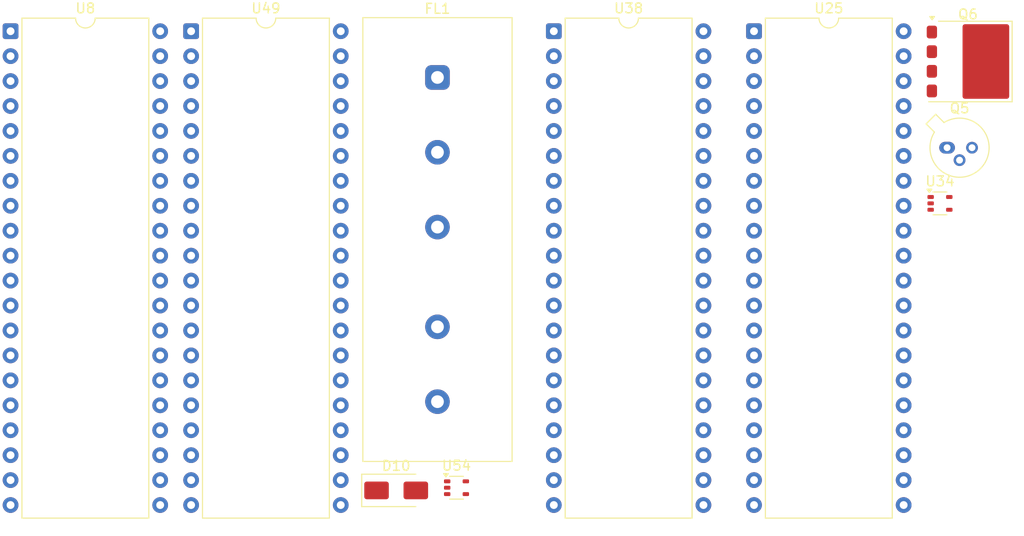
<source format=kicad_pcb>
(kicad_pcb (version 20241229) (generator "pcbnew") (generator_version "9.0")
  (layers (0 "F.Cu" signal) (2 "B.Cu" signal) (13 "F.Paste" user) (15 "B.Paste" user) (5 "F.SilkS" user "F.Silkscreen") (7 "B.SilkS" user "B.Silkscreen") (1 "F.Mask" user) (3 "B.Mask" user) (25 "Edge.Cuts" user))
  (net 0 "")
  (net 8 "Net-(Q5-B)")
  (net 11 "Net-(Q6-S-Pad3)")
  (net 94 "Net-(U33-VSS)")
  (net 95 "Net-(U33-IN-)")
  (net 96 "Net-(U33-IN+)")
  (net 97 "Net-(U33-OUT)")
  (net 126 "Net-(U37-FSET)")
  (net 128 "Net-(U38--5V)")
  (net 141 "Net-(U49-HLDA)")
  (net 151 "Net-(U49-A3)")
  (net 153 "Net-(U49-A0)")
  (net 155 "Net-(U49-A1)")
  (net 170 "Net-(U49-WAIT)")
  (net 175 "Net-(U49-A2)")
  (net 179 "Net-(U53-IN+)")
  (net 180 "Net-(U53-IN-)")
  (net 182 "Net-(U53-OUT)")
  (footprint "Package_DIP:DIP-40_W15.24mm" (layer "F.Cu") (at 179.26 69.74)
    (property "Reference" "U25" (at 7.62 -2.33 0) (layer "F.SilkS"))
    (property "Value" "8080")
    (fp_line (start 1.16 -1.33) (end 1.16 49.59) (stroke (width 0.12)) (layer "F.SilkS"))
    (fp_line (start 1.16 49.59) (end 14.08 49.59) (stroke (width 0.12)) (layer "F.SilkS"))
    (fp_line (start 6.62 -1.33) (end 1.16 -1.33) (stroke (width 0.12)) (layer "F.SilkS"))
    (fp_line (start 14.08 -1.33) (end 8.62 -1.33) (stroke (width 0.12)) (layer "F.SilkS"))
    (fp_line (start 14.08 49.59) (end 14.08 -1.33) (stroke (width 0.12)) (layer "F.SilkS"))
    (fp_arc (start 8.62 -1.33) (mid 7.62 -0.33) (end 6.62 -1.33) (stroke (width 0.12)) (layer "F.SilkS"))
    (pad "1" thru_hole roundrect (at 0 0) (size 1.6 1.6) (drill 0.8) (layers "*.Cu" "*.Mask") (roundrect_rratio 0.15625))
    (pad "2" thru_hole circle (at 0 2.54) (size 1.6 1.6) (drill 0.8) (layers "*.Cu" "*.Mask"))
    (pad "3" thru_hole circle (at 0 5.08) (size 1.6 1.6) (drill 0.8) (layers "*.Cu" "*.Mask"))
    (pad "4" thru_hole circle (at 0 7.62) (size 1.6 1.6) (drill 0.8) (layers "*.Cu" "*.Mask"))
    (pad "5" thru_hole circle (at 0 10.16) (size 1.6 1.6) (drill 0.8) (layers "*.Cu" "*.Mask"))
    (pad "6" thru_hole circle (at 0 12.7) (size 1.6 1.6) (drill 0.8) (layers "*.Cu" "*.Mask"))
    (pad "7" thru_hole circle (at 0 15.24) (size 1.6 1.6) (drill 0.8) (layers "*.Cu" "*.Mask"))
    (pad "8" thru_hole circle (at 0 17.78) (size 1.6 1.6) (drill 0.8) (layers "*.Cu" "*.Mask"))
    (pad "9" thru_hole circle (at 0 20.32) (size 1.6 1.6) (drill 0.8) (layers "*.Cu" "*.Mask"))
    (pad "10" thru_hole circle (at 0 22.86) (size 1.6 1.6) (drill 0.8) (layers "*.Cu" "*.Mask"))
    (pad "11" thru_hole circle (at 0 25.4) (size 1.6 1.6) (drill 0.8) (layers "*.Cu" "*.Mask"))
    (pad "12" thru_hole circle (at 0 27.94) (size 1.6 1.6) (drill 0.8) (layers "*.Cu" "*.Mask"))
    (pad "13" thru_hole circle (at 0 30.48) (size 1.6 1.6) (drill 0.8) (layers "*.Cu" "*.Mask"))
    (pad "14" thru_hole circle (at 0 33.02) (size 1.6 1.6) (drill 0.8) (layers "*.Cu" "*.Mask"))
    (pad "15" thru_hole circle (at 0 35.56) (size 1.6 1.6) (drill 0.8) (layers "*.Cu" "*.Mask"))
    (pad "16" thru_hole circle (at 0 38.1) (size 1.6 1.6) (drill 0.8) (layers "*.Cu" "*.Mask"))
    (pad "17" thru_hole circle (at 0 40.64) (size 1.6 1.6) (drill 0.8) (layers "*.Cu" "*.Mask"))
    (pad "18" thru_hole circle (at 0 43.18) (size 1.6 1.6) (drill 0.8) (layers "*.Cu" "*.Mask"))
    (pad "19" thru_hole circle (at 0 45.72) (size 1.6 1.6) (drill 0.8) (layers "*.Cu" "*.Mask"))
    (pad "20" thru_hole circle (at 0 48.26) (size 1.6 1.6) (drill 0.8) (layers "*.Cu" "*.Mask"))
    (pad "21" thru_hole circle (at 15.24 48.26) (size 1.6 1.6) (drill 0.8) (layers "*.Cu" "*.Mask"))
    (pad "22" thru_hole circle (at 15.24 45.72) (size 1.6 1.6) (drill 0.8) (layers "*.Cu" "*.Mask"))
    (pad "23" thru_hole circle (at 15.24 43.18) (size 1.6 1.6) (drill 0.8) (layers "*.Cu" "*.Mask"))
    (pad "24" thru_hole circle (at 15.24 40.64) (size 1.6 1.6) (drill 0.8) (layers "*.Cu" "*.Mask"))
    (pad "25" thru_hole circle (at 15.24 38.1) (size 1.6 1.6) (drill 0.8) (layers "*.Cu" "*.Mask"))
    (pad "26" thru_hole circle (at 15.24 35.56) (size 1.6 1.6) (drill 0.8) (layers "*.Cu" "*.Mask"))
    (pad "27" thru_hole circle (at 15.24 33.02) (size 1.6 1.6) (drill 0.8) (layers "*.Cu" "*.Mask"))
    (pad "28" thru_hole circle (at 15.24 30.48) (size 1.6 1.6) (drill 0.8) (layers "*.Cu" "*.Mask"))
    (pad "29" thru_hole circle (at 15.24 27.94) (size 1.6 1.6) (drill 0.8) (layers "*.Cu" "*.Mask"))
    (pad "30" thru_hole circle (at 15.24 25.4) (size 1.6 1.6) (drill 0.8) (layers "*.Cu" "*.Mask"))
    (pad "31" thru_hole circle (at 15.24 22.86) (size 1.6 1.6) (drill 0.8) (layers "*.Cu" "*.Mask"))
    (pad "32" thru_hole circle (at 15.24 20.32) (size 1.6 1.6) (drill 0.8) (layers "*.Cu" "*.Mask"))
    (pad "33" thru_hole circle (at 15.24 17.78) (size 1.6 1.6) (drill 0.8) (layers "*.Cu" "*.Mask"))
    (pad "34" thru_hole circle (at 15.24 15.24) (size 1.6 1.6) (drill 0.8) (layers "*.Cu" "*.Mask"))
    (pad "35" thru_hole circle (at 15.24 12.7) (size 1.6 1.6) (drill 0.8) (layers "*.Cu" "*.Mask"))
    (pad "36" thru_hole circle (at 15.24 10.16) (size 1.6 1.6) (drill 0.8) (layers "*.Cu" "*.Mask"))
    (pad "37" thru_hole circle (at 15.24 7.62) (size 1.6 1.6) (drill 0.8) (layers "*.Cu" "*.Mask"))
    (pad "38" thru_hole circle (at 15.24 5.08) (size 1.6 1.6) (drill 0.8) (layers "*.Cu" "*.Mask"))
    (pad "39" thru_hole circle (at 15.24 2.54) (size 1.6 1.6) (drill 0.8) (layers "*.Cu" "*.Mask"))
    (pad "40" thru_hole circle (at 15.24 0) (size 1.6 1.6) (drill 0.8) (layers "*.Cu" "*.Mask"))
  )
  (footprint "Diode_SMD:D_SMA" (layer "F.Cu") (at 142.815 116.51)
    (property "Reference" "D10" (at 0 -2.5 0) (layer "F.SilkS"))
    (property "Value" "NRVA4005T3G")
    (fp_line (start -3.51 -1.65) (end -3.51 1.65) (stroke (width 0.12)) (layer "F.SilkS"))
    (fp_line (start -3.51 -1.65) (end 2 -1.65) (stroke (width 0.12)) (layer "F.SilkS"))
    (fp_line (start -3.51 1.65) (end 2 1.65) (stroke (width 0.12)) (layer "F.SilkS"))
    (pad "1" smd roundrect (at -2 0) (size 2.5 1.8) (layers "F.Cu" "F.Mask" "F.Paste") (roundrect_rratio 0.1388888889))
    (pad "2" smd roundrect (at 2 0) (size 2.5 1.8) (layers "F.Cu" "F.Mask" "F.Paste") (roundrect_rratio 0.1388888889))
  )
  (footprint "Package_SON:ST_PowerFLAT_HV-5_8x8mm" (layer "F.Cu") (at 201.05 72.825)
    (property "Reference" "Q6" (at 0 -4.8 0) (layer "F.SilkS"))
    (property "Value" "SCTL35N65G2V")
    (fp_line (start -3 -4.1) (end 4.5 -4.1) (stroke (width 0.12)) (layer "F.SilkS"))
    (fp_line (start 4.5 -4.1) (end 4.5 4.1) (stroke (width 0.12)) (layer "F.SilkS"))
    (fp_line (start 4.5 4.1) (end -4 4.1) (stroke (width 0.12)) (layer "F.SilkS"))
    (fp_poly (pts (xy -3.65 -4.25) (xy -3.89 -4.58) (xy -3.41 -4.58) (xy -3.65 -4.25)) (stroke (width 0.12)) (fill yes) (layer "F.SilkS"))
    (pad "1" smd roundrect (at -3.675 -3) (size 1.05 1.3) (layers "F.Cu" "F.Mask" "F.Paste") (roundrect_rratio 0.2380952381))
    (pad "2" smd roundrect (at -3.675 -1 180) (size 1.05 1.3) (layers "F.Cu" "F.Mask" "F.Paste") (roundrect_rratio 0.2380952381))
    (pad "3" smd roundrect (at -3.675 1) (size 1.05 1.3) (layers "F.Cu" "F.Mask" "F.Paste") (roundrect_rratio 0.2380952381) (net 11 "Net-(Q6-S-Pad3)"))
    (pad "4" smd roundrect (at -3.675 3) (size 1.05 1.3) (layers "F.Cu" "F.Mask" "F.Paste") (roundrect_rratio 0.2380952381) (net 11 "Net-(Q6-S-Pad3)"))
    (pad "5" smd roundrect (at 1.825 0) (size 4.75 7.6) (layers "F.Cu" "F.Mask" "F.Paste") (roundrect_rratio 0.05263157895))
  )
  (footprint "Package_TO_SOT_THT:TO-18-3" (layer "F.Cu") (at 198.923922 81.603922)
    (property "Reference" "Q5" (at 1.27 -4.01 0) (layer "F.SilkS"))
    (property "Value" "BC107")
    (fp_line (start -2.130108 -2.424301) (end -1.289618 -1.583811) (stroke (width 0.12)) (layer "F.SilkS"))
    (fp_line (start -1.154301 -3.400108) (end -2.130108 -2.424301) (stroke (width 0.12)) (layer "F.SilkS"))
    (fp_line (start -0.313811 -2.559618) (end -1.154301 -3.400108) (stroke (width 0.12)) (layer "F.SilkS"))
    (fp_arc (start -0.313811 -2.559618) (mid 3.398391 2.128391) (end -1.289618 -1.583811) (stroke (width 0.12)) (layer "F.SilkS"))
    (pad "1" thru_hole oval (at 0 0) (size 1.6 1.2) (drill 0.7) (layers "*.Cu" "*.Mask") (net 8 "Net-(Q5-B)"))
    (pad "2" thru_hole circle (at 1.27 1.27) (size 1.2 1.2) (drill 0.7) (layers "*.Cu" "*.Mask") (net 8 "Net-(Q5-B)"))
    (pad "3" thru_hole circle (at 2.54 0) (size 1.2 1.2) (drill 0.7) (layers "*.Cu" "*.Mask") (net 8 "Net-(Q5-B)"))
  )
  (footprint "Package_TO_SOT_SMD:SOT-353_SC-70-5" (layer "F.Cu") (at 198.2 87.275)
    (property "Reference" "U34" (at 0 -2.25 0) (layer "F.SilkS"))
    (property "Value" "TLV172IDCK")
    (fp_line (start -0.71 -1.16) (end 0.7 -1.16) (stroke (width 0.12)) (layer "F.SilkS"))
    (fp_line (start -0.7 1.16) (end 0.7 1.16) (stroke (width 0.12)) (layer "F.SilkS"))
    (fp_poly (pts (xy -1.08 -1.11) (xy -1.32 -1.44) (xy -0.84 -1.44) (xy -1.08 -1.11)) (stroke (width 0.12)) (fill yes) (layer "F.SilkS"))
    (pad "1" smd roundrect (at -0.95 -0.65) (size 0.65 0.4) (layers "F.Cu" "F.Mask" "F.Paste") (net 96 "Net-(U33-IN+)"))
    (pad "2" smd roundrect (at -0.95 0) (size 0.65 0.4) (layers "F.Cu" "F.Mask" "F.Paste"))
    (pad "3" smd roundrect (at -0.95 0.65) (size 0.65 0.4) (layers "F.Cu" "F.Mask" "F.Paste") (net 95 "Net-(U33-IN-)"))
    (pad "4" smd roundrect (at 0.95 0.65) (size 0.65 0.4) (layers "F.Cu" "F.Mask" "F.Paste") (net 97 "Net-(U33-OUT)"))
    (pad "5" smd roundrect (at 0.95 -0.65) (size 0.65 0.4) (layers "F.Cu" "F.Mask" "F.Paste") (net 94 "Net-(U33-VSS)"))
  )
  (footprint "Package_DIP:DIP-40_W15.24mm" (layer "F.Cu") (at 158.87 69.74)
    (property "Reference" "U38" (at 7.62 -2.33 0) (layer "F.SilkS"))
    (property "Value" "8080")
    (fp_line (start 1.16 -1.33) (end 1.16 49.59) (stroke (width 0.12)) (layer "F.SilkS"))
    (fp_line (start 1.16 49.59) (end 14.08 49.59) (stroke (width 0.12)) (layer "F.SilkS"))
    (fp_line (start 6.62 -1.33) (end 1.16 -1.33) (stroke (width 0.12)) (layer "F.SilkS"))
    (fp_line (start 14.08 -1.33) (end 8.62 -1.33) (stroke (width 0.12)) (layer "F.SilkS"))
    (fp_line (start 14.08 49.59) (end 14.08 -1.33) (stroke (width 0.12)) (layer "F.SilkS"))
    (fp_arc (start 8.62 -1.33) (mid 7.62 -0.33) (end 6.62 -1.33) (stroke (width 0.12)) (layer "F.SilkS"))
    (pad "1" thru_hole roundrect (at 0 0) (size 1.6 1.6) (drill 0.8) (layers "*.Cu" "*.Mask") (roundrect_rratio 0.15625))
    (pad "2" thru_hole circle (at 0 2.54) (size 1.6 1.6) (drill 0.8) (layers "*.Cu" "*.Mask"))
    (pad "3" thru_hole circle (at 0 5.08) (size 1.6 1.6) (drill 0.8) (layers "*.Cu" "*.Mask"))
    (pad "4" thru_hole circle (at 0 7.62) (size 1.6 1.6) (drill 0.8) (layers "*.Cu" "*.Mask"))
    (pad "5" thru_hole circle (at 0 10.16) (size 1.6 1.6) (drill 0.8) (layers "*.Cu" "*.Mask"))
    (pad "6" thru_hole circle (at 0 12.7) (size 1.6 1.6) (drill 0.8) (layers "*.Cu" "*.Mask"))
    (pad "7" thru_hole circle (at 0 15.24) (size 1.6 1.6) (drill 0.8) (layers "*.Cu" "*.Mask"))
    (pad "8" thru_hole circle (at 0 17.78) (size 1.6 1.6) (drill 0.8) (layers "*.Cu" "*.Mask"))
    (pad "9" thru_hole circle (at 0 20.32) (size 1.6 1.6) (drill 0.8) (layers "*.Cu" "*.Mask"))
    (pad "10" thru_hole circle (at 0 22.86) (size 1.6 1.6) (drill 0.8) (layers "*.Cu" "*.Mask"))
    (pad "11" thru_hole circle (at 0 25.4) (size 1.6 1.6) (drill 0.8) (layers "*.Cu" "*.Mask") (net 128 "Net-(U38--5V)"))
    (pad "12" thru_hole circle (at 0 27.94) (size 1.6 1.6) (drill 0.8) (layers "*.Cu" "*.Mask"))
    (pad "13" thru_hole circle (at 0 30.48) (size 1.6 1.6) (drill 0.8) (layers "*.Cu" "*.Mask"))
    (pad "14" thru_hole circle (at 0 33.02) (size 1.6 1.6) (drill 0.8) (layers "*.Cu" "*.Mask"))
    (pad "15" thru_hole circle (at 0 35.56) (size 1.6 1.6) (drill 0.8) (layers "*.Cu" "*.Mask"))
    (pad "16" thru_hole circle (at 0 38.1) (size 1.6 1.6) (drill 0.8) (layers "*.Cu" "*.Mask"))
    (pad "17" thru_hole circle (at 0 40.64) (size 1.6 1.6) (drill 0.8) (layers "*.Cu" "*.Mask"))
    (pad "18" thru_hole circle (at 0 43.18) (size 1.6 1.6) (drill 0.8) (layers "*.Cu" "*.Mask"))
    (pad "19" thru_hole circle (at 0 45.72) (size 1.6 1.6) (drill 0.8) (layers "*.Cu" "*.Mask"))
    (pad "20" thru_hole circle (at 0 48.26) (size 1.6 1.6) (drill 0.8) (layers "*.Cu" "*.Mask"))
    (pad "21" thru_hole circle (at 15.24 48.26) (size 1.6 1.6) (drill 0.8) (layers "*.Cu" "*.Mask"))
    (pad "22" thru_hole circle (at 15.24 45.72) (size 1.6 1.6) (drill 0.8) (layers "*.Cu" "*.Mask"))
    (pad "23" thru_hole circle (at 15.24 43.18) (size 1.6 1.6) (drill 0.8) (layers "*.Cu" "*.Mask"))
    (pad "24" thru_hole circle (at 15.24 40.64) (size 1.6 1.6) (drill 0.8) (layers "*.Cu" "*.Mask"))
    (pad "25" thru_hole circle (at 15.24 38.1) (size 1.6 1.6) (drill 0.8) (layers "*.Cu" "*.Mask") (net 126 "Net-(U37-FSET)"))
    (pad "26" thru_hole circle (at 15.24 35.56) (size 1.6 1.6) (drill 0.8) (layers "*.Cu" "*.Mask"))
    (pad "27" thru_hole circle (at 15.24 33.02) (size 1.6 1.6) (drill 0.8) (layers "*.Cu" "*.Mask"))
    (pad "28" thru_hole circle (at 15.24 30.48) (size 1.6 1.6) (drill 0.8) (layers "*.Cu" "*.Mask"))
    (pad "29" thru_hole circle (at 15.24 27.94) (size 1.6 1.6) (drill 0.8) (layers "*.Cu" "*.Mask"))
    (pad "30" thru_hole circle (at 15.24 25.4) (size 1.6 1.6) (drill 0.8) (layers "*.Cu" "*.Mask"))
    (pad "31" thru_hole circle (at 15.24 22.86) (size 1.6 1.6) (drill 0.8) (layers "*.Cu" "*.Mask"))
    (pad "32" thru_hole circle (at 15.24 20.32) (size 1.6 1.6) (drill 0.8) (layers "*.Cu" "*.Mask"))
    (pad "33" thru_hole circle (at 15.24 17.78) (size 1.6 1.6) (drill 0.8) (layers "*.Cu" "*.Mask"))
    (pad "34" thru_hole circle (at 15.24 15.24) (size 1.6 1.6) (drill 0.8) (layers "*.Cu" "*.Mask"))
    (pad "35" thru_hole circle (at 15.24 12.7) (size 1.6 1.6) (drill 0.8) (layers "*.Cu" "*.Mask"))
    (pad "36" thru_hole circle (at 15.24 10.16) (size 1.6 1.6) (drill 0.8) (layers "*.Cu" "*.Mask"))
    (pad "37" thru_hole circle (at 15.24 7.62) (size 1.6 1.6) (drill 0.8) (layers "*.Cu" "*.Mask"))
    (pad "38" thru_hole circle (at 15.24 5.08) (size 1.6 1.6) (drill 0.8) (layers "*.Cu" "*.Mask"))
    (pad "39" thru_hole circle (at 15.24 2.54) (size 1.6 1.6) (drill 0.8) (layers "*.Cu" "*.Mask"))
    (pad "40" thru_hole circle (at 15.24 0) (size 1.6 1.6) (drill 0.8) (layers "*.Cu" "*.Mask"))
  )
  (footprint "Filter:Filter_Schaffner_FN406" (layer "F.Cu") (at 147.02 74.45)
    (property "Reference" "FL1" (at 0 -7 0) (layer "F.SilkS"))
    (property "Value" "FN406-0.5-02")
    (fp_line (start -7.6 -6.09) (end -7.6 39.11) (stroke (width 0.12)) (layer "F.SilkS"))
    (fp_line (start -7.6 -6.09) (end 7.6 -6.09) (stroke (width 0.12)) (layer "F.SilkS"))
    (fp_line (start -7.6 39.11) (end 7.6 39.11) (stroke (width 0.12)) (layer "F.SilkS"))
    (fp_line (start 7.6 39.11) (end 7.6 -6.09) (stroke (width 0.12)) (layer "F.SilkS"))
    (pad "1" thru_hole roundrect (at 0 0) (size 2.5 2.5) (drill 1.3) (layers "*.Cu" "*.Mask"))
    (pad "2" thru_hole circle (at 0 7.62) (size 2.5 2.5) (drill 1.3) (layers "*.Cu" "*.Mask"))
    (pad "3" thru_hole circle (at 0 15.24) (size 2.5 2.5) (drill 1.3) (layers "*.Cu" "*.Mask"))
    (pad "4" thru_hole circle (at 0 25.4) (size 2.5 2.5) (drill 1.3) (layers "*.Cu" "*.Mask"))
    (pad "5" thru_hole circle (at 0 33.02) (size 2.5 2.5) (drill 1.3) (layers "*.Cu" "*.Mask"))
  )
  (footprint "Package_TO_SOT_SMD:SOT-353_SC-70-5" (layer "F.Cu") (at 148.96 116.235)
    (property "Reference" "U54" (at 0 -2.25 0) (layer "F.SilkS"))
    (property "Value" "TLV172IDCK")
    (fp_line (start -0.71 -1.16) (end 0.7 -1.16) (stroke (width 0.12)) (layer "F.SilkS"))
    (fp_line (start -0.7 1.16) (end 0.7 1.16) (stroke (width 0.12)) (layer "F.SilkS"))
    (fp_poly (pts (xy -1.08 -1.11) (xy -1.32 -1.44) (xy -0.84 -1.44) (xy -1.08 -1.11)) (stroke (width 0.12)) (fill yes) (layer "F.SilkS"))
    (pad "1" smd roundrect (at -0.95 -0.65) (size 0.65 0.4) (layers "F.Cu" "F.Mask" "F.Paste") (net 179 "Net-(U53-IN+)"))
    (pad "2" smd roundrect (at -0.95 0) (size 0.65 0.4) (layers "F.Cu" "F.Mask" "F.Paste"))
    (pad "3" smd roundrect (at -0.95 0.65) (size 0.65 0.4) (layers "F.Cu" "F.Mask" "F.Paste") (net 180 "Net-(U53-IN-)"))
    (pad "4" smd roundrect (at 0.95 0.65) (size 0.65 0.4) (layers "F.Cu" "F.Mask" "F.Paste") (net 182 "Net-(U53-OUT)"))
    (pad "5" smd roundrect (at 0.95 -0.65) (size 0.65 0.4) (layers "F.Cu" "F.Mask" "F.Paste"))
  )
  (footprint "Package_DIP:DIP-40_W15.24mm" (layer "F.Cu") (at 103.54 69.74)
    (property "Reference" "U8" (at 7.62 -2.33 0) (layer "F.SilkS"))
    (property "Value" "8080")
    (fp_line (start 1.16 -1.33) (end 1.16 49.59) (stroke (width 0.12)) (layer "F.SilkS"))
    (fp_line (start 1.16 49.59) (end 14.08 49.59) (stroke (width 0.12)) (layer "F.SilkS"))
    (fp_line (start 6.62 -1.33) (end 1.16 -1.33) (stroke (width 0.12)) (layer "F.SilkS"))
    (fp_line (start 14.08 -1.33) (end 8.62 -1.33) (stroke (width 0.12)) (layer "F.SilkS"))
    (fp_line (start 14.08 49.59) (end 14.08 -1.33) (stroke (width 0.12)) (layer "F.SilkS"))
    (fp_arc (start 8.62 -1.33) (mid 7.62 -0.33) (end 6.62 -1.33) (stroke (width 0.12)) (layer "F.SilkS"))
    (pad "1" thru_hole roundrect (at 0 0) (size 1.6 1.6) (drill 0.8) (layers "*.Cu" "*.Mask") (roundrect_rratio 0.15625))
    (pad "2" thru_hole circle (at 0 2.54) (size 1.6 1.6) (drill 0.8) (layers "*.Cu" "*.Mask"))
    (pad "3" thru_hole circle (at 0 5.08) (size 1.6 1.6) (drill 0.8) (layers "*.Cu" "*.Mask"))
    (pad "4" thru_hole circle (at 0 7.62) (size 1.6 1.6) (drill 0.8) (layers "*.Cu" "*.Mask"))
    (pad "5" thru_hole circle (at 0 10.16) (size 1.6 1.6) (drill 0.8) (layers "*.Cu" "*.Mask"))
    (pad "6" thru_hole circle (at 0 12.7) (size 1.6 1.6) (drill 0.8) (layers "*.Cu" "*.Mask"))
    (pad "7" thru_hole circle (at 0 15.24) (size 1.6 1.6) (drill 0.8) (layers "*.Cu" "*.Mask"))
    (pad "8" thru_hole circle (at 0 17.78) (size 1.6 1.6) (drill 0.8) (layers "*.Cu" "*.Mask"))
    (pad "9" thru_hole circle (at 0 20.32) (size 1.6 1.6) (drill 0.8) (layers "*.Cu" "*.Mask"))
    (pad "10" thru_hole circle (at 0 22.86) (size 1.6 1.6) (drill 0.8) (layers "*.Cu" "*.Mask"))
    (pad "11" thru_hole circle (at 0 25.4) (size 1.6 1.6) (drill 0.8) (layers "*.Cu" "*.Mask"))
    (pad "12" thru_hole circle (at 0 27.94) (size 1.6 1.6) (drill 0.8) (layers "*.Cu" "*.Mask"))
    (pad "13" thru_hole circle (at 0 30.48) (size 1.6 1.6) (drill 0.8) (layers "*.Cu" "*.Mask"))
    (pad "14" thru_hole circle (at 0 33.02) (size 1.6 1.6) (drill 0.8) (layers "*.Cu" "*.Mask"))
    (pad "15" thru_hole circle (at 0 35.56) (size 1.6 1.6) (drill 0.8) (layers "*.Cu" "*.Mask"))
    (pad "16" thru_hole circle (at 0 38.1) (size 1.6 1.6) (drill 0.8) (layers "*.Cu" "*.Mask"))
    (pad "17" thru_hole circle (at 0 40.64) (size 1.6 1.6) (drill 0.8) (layers "*.Cu" "*.Mask"))
    (pad "18" thru_hole circle (at 0 43.18) (size 1.6 1.6) (drill 0.8) (layers "*.Cu" "*.Mask"))
    (pad "19" thru_hole circle (at 0 45.72) (size 1.6 1.6) (drill 0.8) (layers "*.Cu" "*.Mask"))
    (pad "20" thru_hole circle (at 0 48.26) (size 1.6 1.6) (drill 0.8) (layers "*.Cu" "*.Mask"))
    (pad "21" thru_hole circle (at 15.24 48.26) (size 1.6 1.6) (drill 0.8) (layers "*.Cu" "*.Mask"))
    (pad "22" thru_hole circle (at 15.24 45.72) (size 1.6 1.6) (drill 0.8) (layers "*.Cu" "*.Mask"))
    (pad "23" thru_hole circle (at 15.24 43.18) (size 1.6 1.6) (drill 0.8) (layers "*.Cu" "*.Mask"))
    (pad "24" thru_hole circle (at 15.24 40.64) (size 1.6 1.6) (drill 0.8) (layers "*.Cu" "*.Mask"))
    (pad "25" thru_hole circle (at 15.24 38.1) (size 1.6 1.6) (drill 0.8) (layers "*.Cu" "*.Mask"))
    (pad "26" thru_hole circle (at 15.24 35.56) (size 1.6 1.6) (drill 0.8) (layers "*.Cu" "*.Mask"))
    (pad "27" thru_hole circle (at 15.24 33.02) (size 1.6 1.6) (drill 0.8) (layers "*.Cu" "*.Mask"))
    (pad "28" thru_hole circle (at 15.24 30.48) (size 1.6 1.6) (drill 0.8) (layers "*.Cu" "*.Mask"))
    (pad "29" thru_hole circle (at 15.24 27.94) (size 1.6 1.6) (drill 0.8) (layers "*.Cu" "*.Mask"))
    (pad "30" thru_hole circle (at 15.24 25.4) (size 1.6 1.6) (drill 0.8) (layers "*.Cu" "*.Mask"))
    (pad "31" thru_hole circle (at 15.24 22.86) (size 1.6 1.6) (drill 0.8) (layers "*.Cu" "*.Mask"))
    (pad "32" thru_hole circle (at 15.24 20.32) (size 1.6 1.6) (drill 0.8) (layers "*.Cu" "*.Mask"))
    (pad "33" thru_hole circle (at 15.24 17.78) (size 1.6 1.6) (drill 0.8) (layers "*.Cu" "*.Mask"))
    (pad "34" thru_hole circle (at 15.24 15.24) (size 1.6 1.6) (drill 0.8) (layers "*.Cu" "*.Mask"))
    (pad "35" thru_hole circle (at 15.24 12.7) (size 1.6 1.6) (drill 0.8) (layers "*.Cu" "*.Mask"))
    (pad "36" thru_hole circle (at 15.24 10.16) (size 1.6 1.6) (drill 0.8) (layers "*.Cu" "*.Mask"))
    (pad "37" thru_hole circle (at 15.24 7.62) (size 1.6 1.6) (drill 0.8) (layers "*.Cu" "*.Mask"))
    (pad "38" thru_hole circle (at 15.24 5.08) (size 1.6 1.6) (drill 0.8) (layers "*.Cu" "*.Mask"))
    (pad "39" thru_hole circle (at 15.24 2.54) (size 1.6 1.6) (drill 0.8) (layers "*.Cu" "*.Mask"))
    (pad "40" thru_hole circle (at 15.24 0) (size 1.6 1.6) (drill 0.8) (layers "*.Cu" "*.Mask"))
  )
  (footprint "Package_DIP:DIP-40_W15.24mm" (layer "F.Cu") (at 121.93 69.74)
    (property "Reference" "U49" (at 7.62 -2.33 0) (layer "F.SilkS"))
    (property "Value" "8080")
    (fp_line (start 1.16 -1.33) (end 1.16 49.59) (stroke (width 0.12)) (layer "F.SilkS"))
    (fp_line (start 1.16 49.59) (end 14.08 49.59) (stroke (width 0.12)) (layer "F.SilkS"))
    (fp_line (start 6.62 -1.33) (end 1.16 -1.33) (stroke (width 0.12)) (layer "F.SilkS"))
    (fp_line (start 14.08 -1.33) (end 8.62 -1.33) (stroke (width 0.12)) (layer "F.SilkS"))
    (fp_line (start 14.08 49.59) (end 14.08 -1.33) (stroke (width 0.12)) (layer "F.SilkS"))
    (fp_arc (start 8.62 -1.33) (mid 7.62 -0.33) (end 6.62 -1.33) (stroke (width 0.12)) (layer "F.SilkS"))
    (pad "1" thru_hole roundrect (at 0 0) (size 1.6 1.6) (drill 0.8) (layers "*.Cu" "*.Mask") (roundrect_rratio 0.15625))
    (pad "2" thru_hole circle (at 0 2.54) (size 1.6 1.6) (drill 0.8) (layers "*.Cu" "*.Mask"))
    (pad "3" thru_hole circle (at 0 5.08) (size 1.6 1.6) (drill 0.8) (layers "*.Cu" "*.Mask"))
    (pad "4" thru_hole circle (at 0 7.62) (size 1.6 1.6) (drill 0.8) (layers "*.Cu" "*.Mask"))
    (pad "5" thru_hole circle (at 0 10.16) (size 1.6 1.6) (drill 0.8) (layers "*.Cu" "*.Mask"))
    (pad "6" thru_hole circle (at 0 12.7) (size 1.6 1.6) (drill 0.8) (layers "*.Cu" "*.Mask"))
    (pad "7" thru_hole circle (at 0 15.24) (size 1.6 1.6) (drill 0.8) (layers "*.Cu" "*.Mask"))
    (pad "8" thru_hole circle (at 0 17.78) (size 1.6 1.6) (drill 0.8) (layers "*.Cu" "*.Mask"))
    (pad "9" thru_hole circle (at 0 20.32) (size 1.6 1.6) (drill 0.8) (layers "*.Cu" "*.Mask"))
    (pad "10" thru_hole circle (at 0 22.86) (size 1.6 1.6) (drill 0.8) (layers "*.Cu" "*.Mask"))
    (pad "11" thru_hole circle (at 0 25.4) (size 1.6 1.6) (drill 0.8) (layers "*.Cu" "*.Mask"))
    (pad "12" thru_hole circle (at 0 27.94) (size 1.6 1.6) (drill 0.8) (layers "*.Cu" "*.Mask"))
    (pad "13" thru_hole circle (at 0 30.48) (size 1.6 1.6) (drill 0.8) (layers "*.Cu" "*.Mask"))
    (pad "14" thru_hole circle (at 0 33.02) (size 1.6 1.6) (drill 0.8) (layers "*.Cu" "*.Mask"))
    (pad "15" thru_hole circle (at 0 35.56) (size 1.6 1.6) (drill 0.8) (layers "*.Cu" "*.Mask"))
    (pad "16" thru_hole circle (at 0 38.1) (size 1.6 1.6) (drill 0.8) (layers "*.Cu" "*.Mask"))
    (pad "17" thru_hole circle (at 0 40.64) (size 1.6 1.6) (drill 0.8) (layers "*.Cu" "*.Mask"))
    (pad "18" thru_hole circle (at 0 43.18) (size 1.6 1.6) (drill 0.8) (layers "*.Cu" "*.Mask"))
    (pad "19" thru_hole circle (at 0 45.72) (size 1.6 1.6) (drill 0.8) (layers "*.Cu" "*.Mask"))
    (pad "20" thru_hole circle (at 0 48.26) (size 1.6 1.6) (drill 0.8) (layers "*.Cu" "*.Mask"))
    (pad "21" thru_hole circle (at 15.24 48.26) (size 1.6 1.6) (drill 0.8) (layers "*.Cu" "*.Mask") (net 141 "Net-(U49-HLDA)"))
    (pad "22" thru_hole circle (at 15.24 45.72) (size 1.6 1.6) (drill 0.8) (layers "*.Cu" "*.Mask"))
    (pad "23" thru_hole circle (at 15.24 43.18) (size 1.6 1.6) (drill 0.8) (layers "*.Cu" "*.Mask"))
    (pad "24" thru_hole circle (at 15.24 40.64) (size 1.6 1.6) (drill 0.8) (layers "*.Cu" "*.Mask") (net 170 "Net-(U49-WAIT)"))
    (pad "25" thru_hole circle (at 15.24 38.1) (size 1.6 1.6) (drill 0.8) (layers "*.Cu" "*.Mask") (net 153 "Net-(U49-A0)"))
    (pad "26" thru_hole circle (at 15.24 35.56) (size 1.6 1.6) (drill 0.8) (layers "*.Cu" "*.Mask") (net 155 "Net-(U49-A1)"))
    (pad "27" thru_hole circle (at 15.24 33.02) (size 1.6 1.6) (drill 0.8) (layers "*.Cu" "*.Mask") (net 175 "Net-(U49-A2)"))
    (pad "28" thru_hole circle (at 15.24 30.48) (size 1.6 1.6) (drill 0.8) (layers "*.Cu" "*.Mask"))
    (pad "29" thru_hole circle (at 15.24 27.94) (size 1.6 1.6) (drill 0.8) (layers "*.Cu" "*.Mask") (net 151 "Net-(U49-A3)"))
    (pad "30" thru_hole circle (at 15.24 25.4) (size 1.6 1.6) (drill 0.8) (layers "*.Cu" "*.Mask"))
    (pad "31" thru_hole circle (at 15.24 22.86) (size 1.6 1.6) (drill 0.8) (layers "*.Cu" "*.Mask"))
    (pad "32" thru_hole circle (at 15.24 20.32) (size 1.6 1.6) (drill 0.8) (layers "*.Cu" "*.Mask"))
    (pad "33" thru_hole circle (at 15.24 17.78) (size 1.6 1.6) (drill 0.8) (layers "*.Cu" "*.Mask"))
    (pad "34" thru_hole circle (at 15.24 15.24) (size 1.6 1.6) (drill 0.8) (layers "*.Cu" "*.Mask"))
    (pad "35" thru_hole circle (at 15.24 12.7) (size 1.6 1.6) (drill 0.8) (layers "*.Cu" "*.Mask"))
    (pad "36" thru_hole circle (at 15.24 10.16) (size 1.6 1.6) (drill 0.8) (layers "*.Cu" "*.Mask"))
    (pad "37" thru_hole circle (at 15.24 7.62) (size 1.6 1.6) (drill 0.8) (layers "*.Cu" "*.Mask"))
    (pad "38" thru_hole circle (at 15.24 5.08) (size 1.6 1.6) (drill 0.8) (layers "*.Cu" "*.Mask"))
    (pad "39" thru_hole circle (at 15.24 2.54) (size 1.6 1.6) (drill 0.8) (layers "*.Cu" "*.Mask"))
    (pad "40" thru_hole circle (at 15.24 0) (size 1.6 1.6) (drill 0.8) (layers "*.Cu" "*.Mask"))
  )
)
</source>
